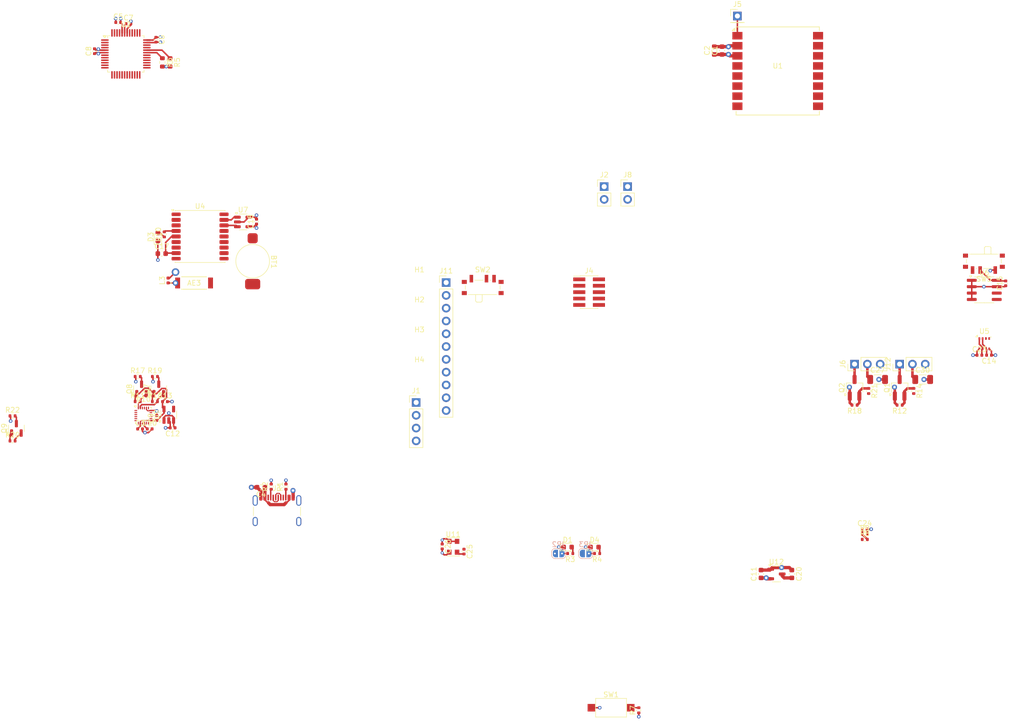
<source format=kicad_pcb>
(kicad_pcb (version 20240108) (generator "pcbnew") (generator_version "8.0")
  (layers (0 "F.Cu" signal) (1 "In1.Cu" power "GND.Cu") (2 "In2.Cu" power "3V3.Cu") (31 "B.Cu" mixed) (34 "B.Paste" user) (35 "F.Paste" user) (36 "B.SilkS" user "B.Silkscreen") (37 "F.SilkS" user "F.Silkscreen") (38 "B.Mask" user) (39 "F.Mask" user) (44 "Edge.Cuts" user))
  (net 0 "")
  (net 1 "GPS")
  (net 2 "V_BAT")
  (net 3 "GND")
  (net 4 "+3.3V")
  (net 5 "Net-(U2-VDDCORE)")
  (net 6 "XIN")
  (net 7 "VCC")
  (net 8 "BATT")
  (net 9 "+1V8")
  (net 10 "Net-(U10-REGOUT)")
  (net 11 "Net-(U11-SIG)")
  (net 12 "USB_IN")
  (net 13 "Net-(D1-A)")
  (net 14 "Net-(D3-A)")
  (net 15 "Net-(D4-A)")
  (net 16 "Net-(J5-Pin_1)")
  (net 17 "L")
  (net 18 "D-")
  (net 19 "Net-(J3-CC1)")
  (net 21 "Net-(J3-CC2)")
  (net 24 "D+")
  (net 29 "SWCLK")
  (net 30 "Net-(J6-Pin_1)")
  (net 31 "SWDIO")
  (net 32 "A3")
  (net 33 "RESET")
  (net 35 "A4")
  (net 36 "SDA")
  (net 37 "MOSI")
  (net 38 "SCK")
  (net 39 "CS")
  (net 41 "SCL")
  (net 42 "A5")
  (net 43 "MISO")
  (net 44 "Net-(J12-Pin_1)")
  (net 49 "R")
  (net 50 "Net-(Q2-G)")
  (net 51 "SCL_L")
  (net 52 "SDA_L")
  (net 53 "INT")
  (net 54 "Net-(JP2-A)")
  (net 55 "Net-(JP3-A)")
  (net 56 "INT_L")
  (net 57 "LED")
  (net 58 "PPS")
  (net 59 "R_FET")
  (net 60 "L_FET")
  (net 62 "Net-(Q1-G)")
  (net 63 "+BATT")
  (net 64 "Net-(SW5-B)")
  (net 66 "D2")
  (net 67 "D13")
  (net 68 "D10")
  (net 69 "D5")
  (net 70 "D12")
  (net 71 "A1")
  (net 73 "D4")
  (net 74 "D8")
  (net 77 "D11")
  (net 78 "AREF")
  (net 79 "A2")
  (net 80 "D6")
  (net 81 "D9")
  (net 83 "D3")
  (net 84 "D1")
  (net 85 "D0")
  (net 86 "D7")
  (net 88 "A0")
  (net 93 "LORA_RST")
  (net 96 "RX")
  (net 98 "GPS_RST")
  (net 99 "TX")
  (net 100 "GPS_SDA")
  (net 101 "GPS_SCL")
  (footprint "Connector_PinHeader_2.54mm:PinHeader_1x01_P2.54mm_Vertical" (layer "F.Cu") (at 183.515 34.036)
    (property "Reference" "J5")
    (property "Value" "Antenna")
  )
  (footprint "Connector_PinHeader_2.54mm:PinHeader_1x04_P2.54mm_Vertical" (layer "F.Cu") (at 119.802 110.742)
    (property "Reference" "J1")
    (property "Value" "Power")
  )
  (footprint "Connector_PinHeader_1.27mm:PinHeader_2x05_P1.27mm_Vertical_SMD" (layer "F.Cu") (at 154.102 88.842)
    (property "Reference" "J4")
    (property "Value" "J Link")
  )
  (footprint "Button_Switch_SMD:SW_SPDT_PCM12" (layer "F.Cu") (at 232.41 83.025 180)
    (property "Reference" "SW5")
    (property "Value" "EEPROM")
  )
  (footprint "Capacitor_SMD:C_0402_1005Metric" (layer "F.Cu") (at 68.199 38.735 -90)
    (property "Reference" "C6")
    (property "Value" "100 nF")
  )
  (footprint "Capacitor_SMD:C_0402_1005Metric" (layer "F.Cu") (at 129.286 140.335 -90)
    (property "Reference" "C25")
    (property "Value" "100 pF")
  )
  (footprint "Package_TO_SOT_SMD:SC-59_Handsoldering" (layer "F.Cu") (at 215.695 107.822 90)
    (property "Reference" "Q1")
    (property "Value" "DMN1019USN-13")
  )
  (footprint "Resistor_SMD:R_0402_1005Metric" (layer "F.Cu") (at 163.957 171.833 90)
    (property "Reference" "R7")
    (property "Value" "220")
  )
  (footprint "Resistor_SMD:R_0402_1005Metric" (layer "F.Cu") (at 93.978 127.449 90)
    (property "Reference" "R1")
    (property "Value" "5.1 K")
  )
  (footprint "Resistor_SMD:R_0402_1005Metric" (layer "F.Cu") (at 69.85 77.3805 90)
    (property "Reference" "R10")
    (property "Value" "1 K")
  )
  (footprint "Resistor_SMD:R_0402_1005Metric" (layer "F.Cu") (at 208.788 137.922)
    (property "Reference" "R8")
    (property "Value" "1 M")
  )
  (footprint "Connector_PinHeader_2.54mm:PinHeader_1x03_P2.54mm_Vertical" (layer "F.Cu") (at 215.695 103.124 90)
    (property "Reference" "J12")
    (property "Value" "Rudder")
  )
  (footprint "Capacitor_SMD:C_0402_1005Metric" (layer "F.Cu") (at 71.5036 115.7732 180)
    (property "Reference" "C12")
    (property "Value" "1 uF")
  )
  (footprint "Resistor_SMD:R_0402_1005Metric" (layer "F.Cu") (at 218.489 108.456 -90)
    (property "Reference" "R14")
    (property "Value" "10")
  )
  (footprint "Capacitor_SMD:C_1206_3216Metric" (layer "F.Cu") (at 220.267 106.172)
    (property "Reference" "C30")
    (property "Value" "47 uF")
  )
  (footprint "Package_TO_SOT_SMD:SOT-23" (layer "F.Cu") (at 65.339 108.0615 90)
    (property "Reference" "Q8")
    (property "Value" "BSS138")
  )
  (footprint "Package_TO_SOT_SMD:SC-59_Handsoldering" (layer "F.Cu") (at 206.756 107.822 90)
    (property "Reference" "Q2")
    (property "Value" "DMN1019USN-13")
  )
  (footprint "Oscillator:Oscillator_SMD_EuroQuartz_XO32-4Pin_3.2x2.5mm" (layer "F.Cu") (at 127.14 139.378)
    (property "Reference" "U11")
    (property "Value" "DSK321STD")
  )
  (footprint "1575AT43A0040E:ANT_1575AT_JOT-L" (layer "F.Cu") (at 75.7571 87.0245)
    (property "Reference" "AE3")
    (property "Value" "1575AT43A0040001E")
  )
  (footprint "Capacitor_SMD:C_0402_1005Metric" (layer "F.Cu") (at 88.138 74.8425 90)
    (property "Reference" "C18")
    (property "Value" "100 nF")
  )
  (footprint "Capacitor_SMD:C_0402_1005Metric" (layer "F.Cu") (at 56.007 41.021 90)
    (property "Reference" "C8")
    (property "Value" "100 nF")
  )
  (footprint "Capacitor_SMD:C_0402_1005Metric" (layer "F.Cu") (at 62.738 35.56)
    (property "Reference" "C7")
    (property "Value" "1 uF")
  )
  (footprint "Button_Switch_SMD:SW_SPDT_PCM12" (layer "F.Cu") (at 133.002 87.592)
    (property "Reference" "SW2")
    (property "Value" "PWR_SW")
  )
  (footprint "Resistor_SMD:R_0402_1005Metric" (layer "F.Cu") (at 39.749 113.411)
    (property "Reference" "R22")
    (property "Value" "10 K")
  )
  (footprint "Resistor_SMD:R_0402_1005Metric" (layer "F.Cu") (at 155.702 140.716 180)
    (property "Reference" "R4")
    (property "Value" "1 K")
  )
  (footprint "Connector_PinHeader_2.54mm:PinHeader_1x02_P2.54mm_Vertical" (layer "F.Cu") (at 161.742 67.892)
    (property "Reference" "J8")
    (property "Value" "Button")
  )
  (footprint "Capacitor_SMD:C_1206_3216Metric" (layer "F.Cu") (at 211.328 106.172)
    (property "Reference" "C27")
    (property "Value" "47 uF")
  )
  (footprint "Capacitor_SMD:C_0603_1608Metric" (layer "F.Cu") (at 188.214 144.78 90)
    (property "Reference" "C11")
    (property "Value" "1 uF")
  )
  (footprint "Resistor_SMD:R_0402_1005Metric" (layer "F.Cu") (at 64.577 105.593)
    (property "Reference" "R17")
    (property "Value" "10 K")
  )
  (footprint "Package_TO_SOT_SMD:SOT-23-5" (layer "F.Cu") (at 70.7416 113.1782 90)
    (property "Reference" "U9")
    (property "Value" "CJ6206B18M")
  )
  (footprint "RF_Module:Ai-Thinker-Ra-01-LoRa" (layer "F.Cu") (at 191.517 44.943)
    (property "Reference" "U1")
    (property "Value" "Ra-01")
  )
  (footprint "Resistor_SMD:R_0402_1005Metric" (layer "F.Cu") (at 208.788 136.906)
    (property "Reference" "R9")
    (property "Value" "1 M")
  )
  (footprint "Package_TO_SOT_SMD:SOT-23" (layer "F.Cu") (at 40.511 115.8725 90)
    (property "Reference" "Q9")
    (property "Value" "BSS138")
  )
  (footprint "Capacitor_SMD:C_0402_1005Metric" (layer "F.Cu") (at 231.521 101.346)
    (property "Reference" "C23")
    (property "Value" "1 uF")
  )
  (footprint "Capacitor_SMD:C_0402_1005Metric" (layer "F.Cu") (at 208.76 135.89)
    (property "Reference" "C24")
    (property "Value" "1 nF")
  )
  (footprint "Connector_PinHeader_2.54mm:PinHeader_1x02_P2.54mm_Vertical" (layer "F.Cu") (at 157.092 67.892)
    (property "Reference" "J2")
    (property "Value" "Battery")
  )
  (footprint "Resistor_SMD:R_0402_1005Metric" (layer "F.Cu") (at 206.756 111.252 180)
    (property "Reference" "R18")
    (property "Value" "10 K")
  )
  (footprint "Capacitor_SMD:C_0603_1608Metric" (layer "F.Cu") (at 69.342 81.1925)
    (property "Reference" "C17")
    (property "Value" "100 nF")
  )
  (footprint "Resistor_SMD:R_0603_1608Metric" (layer "F.Cu") (at 69.469 43.244 -90)
    (property "Reference" "R6")
    (property "Value" "1.8 K")
  )
  (footprint "Capacitor_SMD:C_0603_1608Metric" (layer "F.Cu") (at 194.31 144.78 -90)
    (property "Reference" "C20")
    (property "Value" "1 uF")
  )
  (footprint "Package_TO_SOT_SMD:SOT-23-5" (layer "F.Cu") (at 85.4765 74.9085)
    (property "Reference" "U7")
    (property "Value" "AT24CS32-STUM")
  )
  (footprint "LED_SMD:LED_0603_1608Metric" (layer "F.Cu") (at 149.858 139.446)
    (property "Reference" "D1")
    (property "Value" "PWR_RED")
  )
  (footprint "Capacitor_SMD:C_0402_1005Metric" (layer "F.Cu") (at 68.346 113.8282 90)
    (property "Reference" "C9")
    (property "Value" "100 nF")
  )
  (footprint "Capacitor_SMD:C_0603_1608Metric" (layer "F.Cu") (at 89.025 127.576 180)
    (property "Reference" "C4")
    (property "Value" "100 nF")
  )
  (footprint "Inductor_SMD:L_0402_1005Metric" (layer "F.Cu") (at 70.612 86.5265 90)
    (property "Reference" "L3")
    (property "Value" "33 nH")
  )
  (footprint "Package_SO:SOIC-8_3.9x4.9mm_P1.27mm" (layer "F.Cu") (at 232.475 88.392)
    (property "Reference" "U6")
    (property "Value" "AT24C512C-SSHD-T")
  )
  (footprint "Connector_USB:USB_C_Receptacle_GCT_USB4105-xx-A_16P_TopMnt_Horizontal" (layer "F.Cu") (at 92.2 133.291)
    (property "Reference" "J3")
    (property "Value" "USB-C")
  )
  (footprint "Connector_PinHeader_2.54mm:PinHeader_1x03_P2.54mm_Vertical" (layer "F.Cu") (at 206.756 103.124 90)
    (property "Reference" "J6")
    (property "Value" "Rudder")
  )
  (footprint "Capacitor_SMD:C_0603_1608Metric" (layer "F.Cu") (at 180.467 40.894 90)
    (property "Reference" "C1")
    (property "Value" "10 uF")
  )
  (footprint "Resistor_SMD:R_0603_1608Metric" (layer "F.Cu") (at 70.993 43.244 -90)
    (property "Reference" "R5")
    (property "Value" "1.8 K")
  )
  (footprint "Capacitor_SMD:C_0402_1005Metric" (layer "F.Cu") (at 60.706 35.306)
    (property "Reference" "C5")
    (property "Value" "100 nF")
  )
  (footprint "Package_QFP:TQFP-48_7x7mm_P0.5mm" (layer "F.Cu") (at 62.226 41.5575)
    (property "Reference" "U2")
    (property "Value" "ATSAMD21G18A-A")
  )
  (footprint "Capacitor_SMD:C_0402_1005Metric" (layer "F.Cu") (at 124.968 139.319 -90)
    (property "Reference" "C26")
    (property "Value" "100 nF")
  )
  (footprint "Capacitor_SMD:C_0603_1608Metric" (layer "F.Cu") (at 178.943 40.894 90)
    (property "Reference" "C2")
    (property "Value" "100 nF")
  )
  (footprint "RF_GPS:ATGM336H" (layer "F.Cu") (at 76.945 77.7955)
    (property "Reference" "U4")
    (property "Value" "ATGM336H")
  )
  (footprint "MountingHole:MountingHole_2.2mm_M2" (layer "F.Cu") (at 120.452 87.592)
    (property "Reference" "H1")
    (property "Value" "MountingHole")
  )
  (footprint "Connector_PinHeader_2.54mm:PinHeader_1x11_P2.54mm_Vertical" (layer "F.Cu") (at 125.752 86.942)
    (property "Reference" "J11")
    (property "Value" "Signal")
  )
  (footprint "Resistor_SMD:R_0402_1005Metric" (layer "F.Cu") (at 215.695 111.252 180)
    (property "Reference" "R12")
    (property "Value" "10 K")
  )
  (footprint "MountingHole:MountingHole_2.2mm_M2" (layer "F.Cu") (at 120.452 105.442)
    (property "Reference" "H4")
    (property "Value" "MountingHole")
  )
  (footprint "LED_SMD:LED_0603_1608Metric" (layer "F.Cu") (at 68.58 77.8905 90)
    (property "Reference" "D3")
    (property "Value" "YELLOW")
  )
  (footprint "Package_LGA:Bosch_LGA-8_2.5x2.5mm_P0.65mm_ClockwisePinNumbering" (layer "F.Cu") (at 232.481 99.069)
    (property "Reference" "U5")
    (property "Value" "BME280")
  )
  (footprint "MountingHole:MountingHole_2.2mm_M2" (layer "F.Cu") (at 120.452 99.492)
    (property "Reference" "H3")
    (property "Value" "MountingHole")
  )
  (footprint "Capacitor_SMD:C_0402_1005Metric" (layer "F.Cu") (at 236.728 87.094 90)
    (property "Reference" "C15")
    (property "Value" "100 nF")
  )
  (footprint "MountingHole:MountingHole_2.2mm_M2" (layer "F.Cu") (at 120.452 93.542)
    (property "Reference" "H2")
    (property "Value" "MountingHole")
  )
  (footprint "Resistor_SMD:R_0402_1005Metric" (layer "F.Cu") (at 209.55 108.458 -90)
    (property "Reference" "R21")
    (property "Value" "10")
  )
  (footprint "Resistor_SMD:R_0402_1005Metric" (layer "F.Cu") (at 67.9862 110.5454)
    (property "Reference" "R13")
    (property "Value" "10 K")
  )
  (footprint "Resistor_SMD:R_0402_1005Metric" (layer "F.Cu") (at 67.9882 105.5924)
    (property "Reference" "R19")
    (property "Value" "10 K")
  )
  (footprint "Battery:MS621R" (layer "F.Cu") (at 87.376 78.126 -90)
    (property "Reference" "BT1")
    (property "Value" "MS621R")
  )
  (footprint "Button_Switch_SMD:SW_SPST_CK_RS282G05A3" (layer "F.Cu") (at 158.459 171.323)
    (property "Reference" "SW1")
    (property "Value" "RESET")
  )
  (footprint "Capacitor_SMD:C_0402_1005Metric" (layer "F.Cu") (at 65.044 115.9872)
    (property "Reference" "C3")
    (property "Value" "100 nF")
  )
  (footprint "Capacitor_SMD:C_0402_1005Metric" (layer "F.Cu") (at 66.949 115.9872)
    (property "Reference" "C10")
    (property "Value" "100 nF")
  )
  (footprint "LED_SMD:LED_0603_1608Metric" (layer "F.Cu") (at 155.194 139.446)
    (property "Reference" "D4")
    (property "Value" "YELLOW")
  )
  (footprint "Package_TO_SOT_SMD:SOT-23" (layer "F.Cu") (at 68.7502 108.0539 90)
    (property "Reference" "Q7")
    (property "Value" "BSS138")
  )
  (footprint "Resistor_SMD:R_0402_1005Metric" (layer "F.Cu") (at 39.749 118.364)
    (property "Reference" "R20")
    (property "Value" "10 K")
  )
  (footprint "Capacitor_SMD:C_0402_1005Metric" (layer "F.Cu") (at 69.9796 110.5662)
    (property "Reference" "C13")
    (property "Value" "1 uF")
  )
  (footprint "Resistor_SMD:R_0402_1005Metric" (layer "F.Cu") (at 64.575 110.546)
    (property "Reference" "R11")
    (property "Value" "10 K")
  )
  (footprint "Resistor_SMD:R_0402_1005Metric" (layer "F.Cu") (at 150.366 140.716 180)
    (property "Reference" "R3")
    (property "Value" "1 K")
  )
  (footprint "Resistor_SMD:R_0402_1005Metric" (layer "F.Cu") (at 91.057 127.449 90)
    (property "Reference" "R2")
    (property "Value" "5.1 K")
  )
  (footprint "Capacitor_SMD:C_0402_1005Metric" (layer "F.Cu") (at 233.426 101.346 180)
    (property "Reference" "C14")
    (property "Value" "100 nF")
  )
  (footprint "Sensor_Motion:InvenSense_QFN-24_3x3mm_P0.4mm" (layer "F.Cu") (at 65.703 113.3362)
    (property "Reference" "U10")
    (property "Value" "ICM-20948")
  )
  (footprint "Package_TO_SOT_SMD:SOT-23-3" (layer "F.Cu") (at 191.262 144.78)
    (property "Reference" "U12")
    (property "Value" " XC6206P332MR-G")
  )
  (footprint "Jumper:SolderJumper-2_P1.3mm_Open_RoundedPad1.0x1.5mm" (layer "B.Cu") (at 148.08 140.716 180)
    (property "Reference" "JP2")
    (property "Value" "PWR_LED_EN")
  )
  (footprint "Jumper:SolderJumper-2_P1.3mm_Open_RoundedPad1.0x1.5mm" (layer "B.Cu") (at 153.416 140.716 180)
    (property "Reference" "JP3")
    (property "Value" "LED_EN")
  )
  (segment (start 70.625 87.0245) (end 70.612 87.0115) (width 0.3) (layer "F.Cu") (net 1))
  (segment (start 72.0741 87.0245) (end 70.625 87.0245) (width 0.3) (layer "F.Cu") (net 1))
  (segment (start 95.4 128.617) (end 95.375 128.592) (width 0.65) (layer "F.Cu") (net 3))
  (segment (start 209.24 135.89) (end 210.058 135.89) (width 0.4) (layer "F.Cu") (net 3))
  (segment (start 68.567 82.4495) (end 68.58 82.4625) (width 0.3) (layer "F.Cu") (net 3))
  (segment (start 194.31 144.005) (end 193.815 143.51) (width 0.65) (layer "F.Cu") (net 3))
  (segment (start 66.928 112.3362) (end 67.203 112.3362) (width 0.2) (layer "F.Cu") (net 3))
  (segment (start 62.476 37.395) (end 62.476 36.584) (width 0.3) (layer "F.Cu") (net 3))
  (segment (start 154.559 171.323) (end 156.21 171.323) (width 0.3) (layer "F.Cu") (net 3))
  (segment (start 205.806 110.812) (end 205.806 109.472) (width 0.5) (layer "F.Cu") (net 3))
  (segment (start 65.774344 116.717544) (end 65.524 116.4672) (width 0.3) (layer "F.Cu") (net 3))
  (segment (start 232.001 100.249) (end 232.156 100.094) (width 0.3) (layer "F.Cu") (net 3))
  (segment (start 181.926 39.943) (end 181.737 40.132) (width 0.65) (layer "F.Cu") (net 3))
  (segment (start 236.545 87.757) (end 234.95 87.757) (width 0.3) (layer "F.Cu") (net 3))
  (segment (start 87.734 73.9585) (end 86.614 73.9585) (width 0.3) (layer "F.Cu") (net 3))
  (segment (start 183.517 39.943) (end 181.926 39.943) (width 0.65) (layer "F.Cu") (net 3))
  (segment (start 89 128.326) (end 89 129.611) (width 0.65) (layer "F.Cu") (net 3))
  (segment (start 221.742 106.172) (end 220.521 106.172) (width 0.5) (layer "F.Cu") (net 3))
  (segment (start 88.25 127.576) (end 87.12 127.576) (width 0.65) (layer "F.Cu") (net 3))
  (segment (start 233.906 100.544) (end 233.456 100.094) (width 0.3) (layer "F.Cu") (net 3))
  (segment (start 154.4065 139.446) (end 153.416 139.446) (width 0.3) (layer "F.Cu") (net 3))
  (segment (start 56.769 40.6075) (end 56.769 40.6805) (width 0.3) (layer "F.Cu") (net 3))
  (segment (start 205.806 109.472) (end 205.806 107.762) (width 0.5) (layer "F.Cu") (net 3))
  (segment (start 62.476 36.584) (end 63.218 35.842) (width 0.3) (layer "F.Cu") (net 3))
  (segment (start 68.251 112.3362) (end 68.346 112.4312) (width 0.3) (layer "F.Cu") (net 3))
  (segment (start 233.906 101.346) (end 234.696 101.346) (width 0.3) (layer "F.Cu") (net 3))
  (segment (start 88.138 74.3625) (end 87.734 73.9585) (width 0.3) (layer "F.Cu") (net 3))
  (segment (start 66.01666 116.717544) (end 65.774344 116.717544) (width 0.3) (layer "F.Cu") (net 3))
  (segment (start 214.745 107.762) (end 214.679 107.696) (width 0.5) (layer "F.Cu") (net 3))
  (segment (start 69.06 39.215) (end 68.199 39.215) (width 0.3) (layer "F.Cu") (net 3))
  (segment (start 214.745 110.812) (end 214.745 109.472) (width 0.5) (layer "F.Cu") (net 3))
  (segment (start 60.226 34.572) (end 60.198 34.544) (width 0.3) (layer "F.Cu") (net 3))
  (segment (start 91.057 126.939) (end 91.057 126.179) (width 0.3) (layer "F.Cu") (net 3))
  (segment (start 71.0236 115.7732) (end 71.0236 114.5977) (width 0.3) (layer "F.Cu") (net 3))
  (segment (start 67.203 112.3362) (end 68.251 112.3362) (width 0.3) (layer "F.Cu") (net 3))
  (segment (start 56.2735 40.8075) (end 56.007 40.541) (width 0.3) (layer "F.Cu") (net 3))
  (segment (start 95.4 129.611) (end 95.4 128.617) (width 0.65) (layer "F.Cu") (net 3))
  (segment (start 56.642 40.8075) (end 56.2735 40.8075) (width 0.3) (layer "F.Cu") (net 3))
  (segment (start 124.968 139.799) (end 124.968 140.589) (width 0.3) (layer "F.Cu") (net 3))
  (segment (start 63.218 35.842) (end 63.218 35.56) (width 0.3) (layer "F.Cu") (net 3))
  (segment (start 68.567 81.1925) (end 68.567 82.4495) (width 0.3) (layer "F.Cu") (net 3))
  (segment (start 231.506 99.173396) (end 231.506 98.044) (width 0.3) (layer "F.Cu") (net 3))
  (segment (start 209.298 135.948) (end 209.24 135.89) (width 0.4) (layer "F.Cu") (net 3))
  (segment (start 66.303 112.13685) (end 66.56115 112.395) (width 0.2) (layer "F.Cu") (net 3))
  (segment (start 70.612 86.0415) (end 70.8981 86.0415) (width 0.3) (layer "F.Cu") (net 3))
  (segment (start 125.349 140.97) (end 124.968 140.589) (width 0.3) (layer "F.Cu") (net 3))
  (segment (start 88.25 127.576) (end 89 128.326) (width 0.65) (layer "F.Cu") (net 3))
  (segment (start 215.185 111.252) (end 214.745 110.812) (width 0.5) (layer "F.Cu") (net 3))
  (segment (start 232.156 100.094) (end 232.156 99.823396) (width 0.3) (layer "F.Cu") (net 3))
  (segment (start 88.138 74.3625) (end 88.138 73.5725) (width 0.3) (layer "F.Cu") (net 3))
  (segment (start 70.8981 86.0415) (end 72.0741 84.8655) (width 0.3) (layer "F.Cu") (net 3))
  (segment (start 212.295 106.172) (end 211.582 106.172) (width 0.5) (layer "F.Cu") (net 3))
  (segment (start 190.4445 143.51) (end 190.1245 143.83) (width 0.65) (layer "F.Cu") (net 3))
  (segment (start 68.567 78.691) (end 68.58 78.678) (width 0.3) (layer "F.Cu") (net 3))
  (segment (start 66.01666 116.717544) (end 66.698656 116.717544) (width 0.3) (layer "F.Cu") (net 3))
  (segment (start 214.745 109.472) (end 214.745 107.762) (width 0.5) (layer "F.Cu") (net 3))
  (segment (start 181.724 40.119) (end 181.737 40.132) (width 0.65) (layer "F.Cu") (net 3))
  (segment (start 66.56115 112.395) (end 66.8692 112.395) (width 0.2) (layer "F.Cu") (net 3))
  (segment (start 68.567 81.1925) (end 68.567 78.691) (width 0.3) (layer "F.Cu") (net 3))
  (segment (start 236.728 87.574) (end 236.545 87.757) (width 0.3) (layer "F.Cu") (net 3))
  (segment (start 209.298 136.906) (end 209.298 135.948) (width 0.4) (layer "F.Cu") (net 3))
  (segment (start 60.226 35.306) (end 60.226 34.572) (width 0.3) (layer "F.Cu") (net 3))
  (segment (start 68.1065 39.3075) (end 66.3885 39.3075) (width 0.3) (layer "F.Cu") (net 3))
  (segment (start 178.943 40.119) (end 181.724 40.119) (width 0.65) (layer "F.Cu") (net 3))
  (segment (start 188.214 144.005) (end 189.9495 144.005) (width 0.65) (layer "F.Cu") (net 3))
  (segment (start 66.8692 112.395) (end 66.928 112.3362) (width 0.2) (layer "F.Cu") (net 3))
  (segment (start 126.365 140.453) (end 125.848 140.97) (width 0.3) (layer "F.Cu") (net 3))
  (segment (start 232.001 101.346) (end 232.001 100.249) (width 0.3) (layer "F.Cu") (net 3))
  (segment (start 68.346 113.3482) (end 68.346 112.4312) (width 0.3) (layer "F.Cu") (net 3))
  (segment (start 85.664 74.9085) (end 86.614 73.9585) (width 0.3) (layer "F.Cu") (net 3))
  (segment (start 193.815 143.51) (end 190.4445 143.51) (width 0.65) (layer "F.Cu") (net 3))
  (segment (start 206.246 111.252) (end 205.806 110.812) (width 0.5) (layer "F.Cu") (net 3))
  (segment (start 149.0705 139.446) (end 148.08 139.446) (width 0.3) (layer "F.Cu") (net 3))
  (segment (start 230 87.757) (end 232.41 87.757) (width 0.3) (layer "F.Cu") (net 3))
  (segment (start 69.088 39.243) (end 69.06 39.215) (width 0.3) (layer "F.Cu") (net 3))
  (segment (start 66.303 111.8362) (end 66.303 112.13685) (width 0.2) (layer "F.Cu") (net 3))
  (segment (start 189.9495 144.005) (end 190.1245 143.83) (width 0.65) (layer "F.Cu") (net 3))
  (segment (start 232.156 99.823396) (end 231.506 99.173396) (width 0.3) (layer "F.Cu") (net 3))
  (segment (start 65.524 116.4672) (end 65.524 115.9872) (width 0.3) (layer "F.Cu") (net 3))
  (segment (start 71.0236 115.7732) (end 70.1066 115.7732) (width 0.3) (layer "F.Cu") (net 3))
  (segment (start 58.0635 40.8075) (end 56.642 40.8075) (width 0.3) (layer "F.Cu") (net 3))
  (segment (start 230 90.297) (end 230 86.487) (width 0.3) (layer "F.Cu") (net 3))
  (segment (start 233.906 101.346) (end 233.906 100.544) (width 0.3) (layer "F.Cu") (net 3))
  (segment (start 68.199 39.215) (end 68.1065 39.3075) (width 0.3) (layer "F.Cu") (net 3))
  (segment (start 70.4596 110.5662) (end 71.3766 110.5662) (width 0.3) (layer "F.Cu") (net 3))
  (segment (start 234.95 87.757) (end 232.41 87.757) (width 0.3) (layer "F.Cu") (net 3))
  (segment (start 84.339 74.9085) (end 85.664 74.9085) (width 0.3) (layer "F.Cu") (net 3))
  (segment (start 56.769 40.6805) (end 56.642 40.8075) (width 0.3) (layer "F.Cu") (net 3))
  (segment (start 125.848 140.97) (end 125.349 140.97) (width 0.3) (layer "F.Cu") (net 3))
  (segment (start 71.0236 114.5977) (end 70.7416 114.3157) (width 0.3) (layer "F.Cu") (net 3))
  (segment (start 205.806 107.762) (end 205.74 107.696) (width 0.5) (layer "F.Cu") (net 3))
  (segment (start 93.978 126.939) (end 93.978 126.179) (width 0.3) (layer "F.Cu") (net 3))
  (segment (start 63.218 35.08) (end 63.218 35.56) (width 0.3) (layer "F.Cu") (net 3))
  (segment (start 66.698656 116.717544) (end 67.429 115.9872) (width 0.3) (layer "F.Cu") (net 3))
  (segment (start 95.375 128.592) (end 95.375 128.211) (width 0.65) (layer "F.Cu") (net 3))
  (via (at 124.968 140.589) (size 0.6) (drill 0.3) (layers "F.Cu" "B.Cu") (net 3))
  (via (at 214.679 107.696) (size 1) (drill 0.5) (layers "F.Cu" "B.Cu") (net 3))
  (via (at 56.769 40.6075) (size 0.7) (drill 0.35) (layers "F.Cu" "B.Cu") (net 3))
  (via (at 232.41 87.757) (size 0.7) (drill 0.35) (layers "F.Cu" "B.Cu") (net 3))
  (via (at 91.057 126.179) (size 0.7) (drill 0.35) (layers "F.Cu" "B.Cu") (net 3))
  (via (at 148.08 139.446) (size 0.7) (drill 0.35) (layers "F.Cu" "B.Cu") (net 3))
  (via (at 192.278 143.51) (size 1) (drill 0.5) (layers "F.Cu" "B.Cu") (net 3))
  (via (at 69.088 39.243) (size 0.7) (drill 0.35) (layers "F.Cu" "B.Cu") (net 3))
  (via (at 60.198 34.544) (size 0.7) (drill 0.35) (layers "F.Cu" "B.Cu") (net 3))
  (via (at 153.416 139.446) (size 0.7) (drill 0.35) (layers "F.Cu" "B.Cu") (net 3))
  (via (at 68.58 82.4625) (size 0.7) (drill 0.35) (layers "F.Cu" "B.Cu") (net 3))
  (via (at 220.521 106.172) (size 1) (drill 0.5) (layers "F.Cu" "B.Cu") (net 3))
  (via (at 63.218 35.08) (size 0.7) (drill 0.35) (layers "F.Cu" "B.Cu") (net 3))
  (via (at 205.74 107.696) (size 1) (drill 0.5) (layers "F.Cu" "B.Cu") (net 3))
  (via (at 88.138 73.5725) (size 0.7) (drill 0.35) (layers "F.Cu" "B.Cu") (net 3))
  (via (at 68.346 112.4312) (size 0.7) (drill 0.35) (layers "F.Cu" "B.Cu") (net 3))
  (via (at 234.696 101.346) (size 0.7) (drill 0.35) (layers "F.Cu" "B.Cu") (net 3))
  (via (at 211.582 106.172) (size 1) (drill 0.5) (layers "F.Cu" "B.Cu") (net 3))
  (via (at 70.1066 115.7732) (size 0.7) (drill 0.35) (layers "F.Cu" "B.Cu") (net 3))
  (via (at 71.3766 110.5662) (size 0.7) (drill 0.35) (layers "F.Cu" "B.Cu") (net 3))
  (via (at 181.737 40.132) (size 1) (drill 0.5) (layers "F.Cu" "B.Cu") (net 3))
  (via (at 66.01666 116.717544) (size 0.7) (drill 0.35) (layers "F.Cu" "B.Cu") (net 3))
  (via (at 93.978 126.179) (size 0.7) (drill 0.35) (layers "F.Cu" "B.Cu") (net 3))
  (via (at 87.12 127.576) (size 1) (drill 0.5) (layers "F.Cu" "B.Cu") (net 3))
  (via (at 210.058 135.89) (size 0.7) (drill 0.35) (layers "F.Cu" "B.Cu") (net 3))
  (via (at 95.375 128.211) (size 1) (drill 0.5) (layers "F.Cu" "B.Cu") (net 3))
  (via (at 156.21 171.323) (size 0.7) (drill 0.35) (layers "F.Cu" "B.Cu") (net 3))
  (segment (start 72.195 81.0955) (end 70.214 81.0955) (width 0.3) (layer "F.Cu") (net 4))
  (segment (start 124.968 138.049) (end 124.968 138.839) (width 0.3) (layer "F.Cu") (net 4))
  (segment (start 56.2005 41.3075) (end 56.007 41.501) (width 0.3) (layer "F.Cu") (net 4))
  (segment (start 64.196 106.609) (end 64.196 105.722) (width 0.3) (layer "F.Cu") (net 4))
  (segment (start 86.614 75.8585) (end 87.602 75.8585) (width 0.3) (layer "F.Cu") (net 4))
  (segment (start 127.915 138.303) (end 126.365 138.303) (width 0.3) (layer "F.Cu") (net 4))
  (segment (start 71.6916 113.653201) (end 71.391599 113.3532) (width 0.3) (layer "F.Cu") (net 4))
  (segment (start 232.946 100.234) (end 232.806 100.094) (width 0.3) (layer "F.Cu") (net 4))
  (segment (start 69.469 44.069) (end 70.231 44.069) (width 0.3) (layer "F.Cu") (net 4))
  (segment (start 70.1136 113.3532) (end 69.7916 113.6752) (width 0.3) (layer "F.Cu") (net 4))
  (segment (start 125.222 137.795) (end 125.857 137.795) (width 0.3) (layer "F.Cu") (net 4))
  (segment (start 234.66 84.455) (end 233.807 84.455) (width 0.3) (layer "F.Cu") (net 4))
  (segment (start 64.196 105.722) (end 64.067 105.593) (width 0.3) (layer "F.Cu") (net 4))
  (segment (start 61.186 35.306) (end 61.186 34.572) (width 0.3) (layer "F.Cu") (net 4))
  (segment (start 56.896 41.3075) (end 56.2005 41.3075) (width 0.3) (layer "F.Cu") (net 4))
  (segment (start 181.724 41.669) (end 181.737 41.656) (width 0.65) (layer "F.Cu") (net 4))
  (segment (start 232.156 99.187) (end 232.156 98.044) (width 0.3) (layer "F.Cu") (net 4))
  (segment (start 72.195 77.7955) (end 71.295 77.7955) (width 0.3) (layer "F.Cu") (net 4))
  (segment (start 189.405 145.73) (end 189.23 145.555) (width 0.65) (layer "F.Cu") (net 4))
  (segment (start 70.214 81.0955) (end 70.117 81.1925) (width 0.3) (layer "F.Cu") (net 4))
  (segment (start 190.1245 145.73) (end 189.405 145.73) (width 0.65) (layer "F.Cu") (net 4))
  (segment (start 61.476 37.395) (end 61.476 35.596) (width 0.3) (layer "F.Cu") (net 4))
  (segment (start 178.943 41.669) (end 181.724 41.669) (width 0.65) (layer "F.Cu") (net 4))
  (segment (start 70.117 78.9735) (end 70.117 81.1925) (width 0.3) (layer "F.Cu") (net 4))
  (segment (start 233.807 84.455) (end 233.68 84.582) (width 0.3) (layer "F.Cu") (net 4))
  (segment (start 182.024 41.943) (end 181.737 41.656) (width 0.65) (layer "F.Cu") (net 4))
  (segment (start 232.806 99.837) (end 232.156 99.187) (width 0.3) (layer "F.Cu") (net 4))
  (segment (start 56.769 41.5075) (end 56.896 41.3805) (width 0.3) (layer "F.Cu") (net 4))
  (segment (start 71.295 77.7955) (end 70.117 78.9735) (width 0.3) (layer "F.Cu") (net 4))
  (segment (start 67.4782 105.5924) (end 67.6072 105.7214) (width 0.3) (layer "F.Cu") (net 4))
  (segment (start 67.6072 105.7214) (end 67.6072 106.6084) (width 0.3) (layer "F.Cu") (net 4))
  (segment (start 69.088 38.227) (end 69.06 38.255) (width 0.3) (layer "F.Cu") (net 4))
  (segment (start 70.7416 113.3532) (end 70.7416 112.8522) (width 0.3) (layer "F.Cu") (net 4))
  (segment (start 69.06 38.255) (end 68.199 38.255) (width 0.3) (layer "F.Cu") (net 4))
  (segment (start 66.3885 38.8075) (end 67.6465 38.8075) (width 0.3) (layer "F.Cu") (net 4))
  (segment (start 125.857 137.795) (end 126.365 138.303) (width 0.3) (layer "F.Cu") (net 4))
  (segment (start 70.7416 113.3532) (end 70.1136 113.3532) (width 0.3) (layer "F.Cu") (net 4))
  (segment (start 231.041 101.346) (end 231.041 100.559) (width 0.3) (layer "F.Cu") (net 4))
  (segment (start 61.476 35.596) (end 61.186 35.306) (width 0.3) (layer "F.Cu") (net 4))
  (segment (start 232.806 100.094) (end 232.806 99.837) (width 0.3) (layer "F.Cu") (net 4))
  (segment (start 231.041 101.346) (end 230.251 101.346) (width 0.3) (layer "F.Cu") (net 4))
  (segment (start 87.602 75.8585) (end 88.138 75.3225) (width 0.3) (layer "F.Cu") (net 4))
  (segment (start 69.7916 113.6752) (end 69.7916 114.3157) (width 0.3) (layer "F.Cu") (net 4))
  (segment (start 163.957 172.343) (end 163.957 173.101) (width 0.3) (layer "F.Cu") (net 4))
  (segment (start 88.138 75.3225) (end 88.138 76.1125) (width 0.3) (layer "F.Cu") (net 4))
  (segment (start 124.968 138.049) (end 125.222 137.795) (width 0.3) (layer "F.Cu") (net 4))
  (segment (start 39.239 113.411) (end 39.368 113.54) (width 0.3) (layer "F.Cu") (net 4))
  (segment (start 58.0635 41.3075) (end 56.896 41.3075) (width 0.3) (layer "F.Cu") (net 4))
  (segment (start 71.6916 114.3157) (end 71.6916 115.4812) (width 0.3) (layer "F.Cu") (net 4))
  (segment (start 56.896 41.3805) (end 56.896 41.3075) (width 0.3) (layer "F.Cu") (net 4))
  (segment (start 232.946 101.346) (end 232.946 100.234) (width 0.3) (layer "F.Cu") (net 4))
  (segment (start 188.214 145.555) (end 189.23 145.555) (width 0.65) (layer "F.Cu") (net 4))
  (segment (start 183.517 41.943) (end 182.024 41.943) (width 0.65) (layer "F.Cu") (net 4))
  (segment (start 67.6465 38.8075) (end 68.199 38.255) (width 0.3) (layer "F.Cu") (net 4))
  (segment (start 231.041 100.559) (end 231.506 100.094) (width 0.3) (layer "F.Cu") (net 4))
  (segment (start 71.391599 113.3532) (end 70.7416 113.3532) (width 0.3) (layer "F.Cu") (net 4))
  (segment (start 70.993 44.069) (end 70.231 44.069) (width 0.3) (layer "F.Cu") (net 4))
  (segment (start 39.368 113.54) (end 39.368 114.427) (width 0.3) (layer "F.Cu") (net 4))
  (segment (start 71.6916 115.4812) (end 71.9836 115.7732) (width 0.3) (layer "F.Cu") (net 4))
  (segment (start 71.6916 114.3157) (end 71.6916 113.653201) (width 0.3) (layer "F.Cu") (net 4))
  (segment (start 61.186 34.572) (end 61.214 34.544) (width 0.3) (layer "F.Cu") (net 4))
  (via (at 181.737 41.656) (size 1) (drill 0.5) (layers "F.Cu" "B.Cu") (net 4))
  (via (at 70.7416 112.8522) (size 0.7) (drill 0.35) (layers "F.Cu" "B.Cu") (net 4))
  (via (at 88.138 76.1125) (size 0.7) (drill 0.35) (layers "F.Cu" "B.Cu") (net 4))
  (via (at 147.318 140.716) (size 0.7) (drill 0.35) (layers "F.Cu" "B.Cu") (net 4))
  (via (at 69.088 38.227) (size 0.7) (drill 0.35) (layers "F.Cu" "B.Cu") (net 4))
  (via (at 70.231 44.069) (size 0.7) (drill 0.35) (layers "F.Cu" "B.Cu") (net 4))
  (via (at 230.251 101.346) (size 0.7) (drill 0.35) (layers "F.Cu" "B.Cu") (net 4))
  (via (at 124.968 138.049) (size 0.6) (drill 0.3) (layers "F.Cu" "B.Cu") (net 4))
  (via (at 56.769 41.5075) (size 0.7) (drill 0.35) (layers "F.Cu" "B.Cu") (net 4))
  (via (at 67.6072 106.6084) (size 0.7) (drill 0.35) (layers "F.Cu" "B.Cu") (net 4))
  (via (at 64.196 106.609) (size 0.7) (drill 0.35) (layers "F.Cu" "B.Cu") (net 4))
  (via (at 39.368 114.427) (size 0.7) (drill 0.35) (layers "F.Cu" "B.Cu") (net 4))
  (via (at 61.214 34.544) (size 0.7) (drill 0.35) (layers "F.Cu" "B.Cu") (net 4))
  (via (at 189.23 145.555) (size 1) (drill 0.5) (layers "F.Cu" "B.Cu") (net 4))
  (via (at 163.957 173.101) (size 0.7) (drill 0.35) (layers "F.Cu" "B.Cu") (net 4))
  (via (at 233.68 84.582) (size 0.7) (drill 0.35) (layers "F.Cu" "B.Cu") (net 4))
  (segment (start 147.43 140.716) (end 147.318 140.716) (width 0.3) (layer "B.Cu") (net 4))
  (segment (start 61.976 35.842) (end 62.258 35.56) (width 0.3) (layer "F.Cu") (net 5))
  (segment (start 61.976 37.395) (end 61.976 35.842) (width 0.3) (layer "F.Cu") (net 5))
  (segment (start 218.235 105.615) (end 218.235 103.124) (width 0.5) (layer "F.Cu") (net 7))
  (segment (start 194.31 145.555) (end 192.799 145.555) (width 0.65) (layer "F.Cu") (net 7))
  (segment (start 209.296 105.615) (end 209.296 103.139) (width 0.5) (layer "F.Cu") (net 7))
  (segment (start 192.799 145.555) (end 192.3995 145.1555) (width 0.65) (layer "F.Cu") (net 7))
  (segment (start 209.853 106.172) (end 209.296 105.615) (width 0.5) (layer "F.Cu") (net 7))
  (segment (start 218.792 106.172) (end 218.235 105.615) (width 0.5) (layer "F.Cu") (net 7))
  (segment (start 192.3995 145.1555) (end 192.3995 144.805) (width 0.65) (layer "F.Cu") (net 7))
  (segment (start 209.296 103.139) (end 209.311 103.124) (width 0.5) (layer "F.Cu") (net 7))
  (segment (start 208.278 135.892) (end 208.28 135.89) (width 0.4) (layer "F.Cu") (net 8))
  (segment (start 209.294 137.922) (end 208.278 136.906) (width 0.4) (layer "F.Cu") (net 8))
  (segment (start 208.278 136.906) (end 208.278 135.892) (width 0.4) (layer "F.Cu") (net 8))
  (segment (start 209.298 137.922) (end 209.294 137.922) (width 0.4) (layer "F.Cu") (net 8))
  (segment (start 69.4996 111.7487) (end 69.7916 112.0407) (width 0.3) (layer "F.Cu") (net 9))
  (segment (start 67.8002 108.9914) (end 68.322148 108.9914) (width 0.3) (layer "F.Cu") (net 9))
  (segment (start 68.322148 108.9914) (end 69.359648 107.9539) (width 0.3) (layer "F.Cu") (net 9))
  (segment (start 64.842052 108.999) (end 64.389 108.999) (width 0.3) (layer "F.Cu") (net 9))
  (segment (start 68.346 114.3082) (end 69.7916 112.8626) (width 0.3) (layer "F.Cu") (net 9))
  (segment (start 70.040752 107.9539) (end 70.3002 108.213348) (width 0.3) (layer "F.Cu") (net 9))
  (segment (start 69.503452 110.5662) (end 69.4996 110.5662) (width 0.3) (layer "F.Cu") (net 9))
  (segment (start 65.103 114.53555) (end 65.32735 114.3112) (width 0.2) (layer "F.Cu") (net 9))
  (segment (start 69.7916 112.8626) (end 69.7916 112.0407) (width 0.3) (layer "F.Cu") (net 9))
  (segment (start 67.178 114.3112) (end 67.203 114.3362) (width 0.2) (layer "F.Cu") (net 9))
  (segment (start 65.103 114.8362) (end 65.103 114.53555) (width 0.2) (layer "F.Cu") (net 9))
  (segment (start 67.4762 110.5454) (end 67.4762 109.3154) (width 0.3) (layer "F.Cu") (net 9))
  (segment (start 68.346 114.3082) (end 68.318 114.3362) (width 0.3) (layer "F.Cu") (net 9))
  (segment (start 69.359648 107.9539) (end 70.040752 107.9539) (width 0.3) (layer "F.Cu") (net 9))
  (segment (start 64.564 115.9872) (end 65.103 115.4482) (width 0.3) (layer "F.Cu") (net 9))
  (segment (start 65.939 107.902052) (end 64.842052 108.999) (width 0.3) (layer "F.Cu") (net 9))
  (segment (start 65.32735 114.3112) (end 67.178 114.3112) (width 0.2) (layer "F.Cu") (net 9))
  (segment (start 67.4762 109.3154) (end 67.8002 108.9914) (width 0.3) (layer "F.Cu") (net 9))
  (segment (start 39.239 117.132) (end 39.561 116.81) (width 0.3) (layer "F.Cu") (net 9))
  (segment (start 70.3002 108.213348) (end 70.3002 109.769452) (width 0.3) (layer "F.Cu") (net 9))
  (segment (start 67.8002 108.9914) (end 66.710852 107.902052) (width 0.3) (layer "F.Cu") (net 9))
  (segment (start 66.710852 107.902052) (end 65.939 107.902052) (width 0.3) (layer "F.Cu") (net 9))
  (segment (start 70.3002 109.769452) (end 69.503452 110.5662) (width 0.3) (layer "F.Cu") (net 9))
  (segment (start 65.103 115.4482) (end 65.103 114.8362) (width 0.3) (layer "F.Cu") (net 9))
  (segment (start 68.318 114.3362) (end 67.203 114.3362) (width 0.3) (layer "F.Cu") (net 9))
  (segment (start 69.4996 110.5662) (end 69.4996 111.7487) (width 0.3) (layer "F.Cu") (net 9))
  (segment (start 64.065 109.323) (end 64.389 108.999) (width 0.3) (layer "F.Cu") (net 9))
  (segment (start 64.065 110.546) (end 64.065 109.323) (width 0.3) (layer "F.Cu") (net 9))
  (segment (start 39.239 118.364) (end 39.239 117.132) (width 0.3) (layer "F.Cu") (net 9))
  (segment (start 65.903 115.4212) (end 65.903 114.8362) (width 0.3) (layer "F.Cu") (net 10))
  (segment (start 66.469 115.9872) (end 65.903 115.4212) (width 0.3) (layer "F.Cu") (net 10))
  (segment (start 129.286 140.815) (end 128.277 140.815) (width 0.3) (layer "F.Cu") (net 11))
  (segment (start 128.277 140.815) (end 127.915 140.453) (width 0.3) (layer "F.Cu") (net 11))
  (segment (start 94.6 130.145038) (end 94.6 129.611) (width 0.3) (layer "F.Cu") (net 12))
  (segment (start 93.96541 130.661) (end 94.084038 130.661) (width 0.3) (layer "F.Cu") (net 12))
  (segment (start 89.8 130.06841) (end 89.8 129.611) (width 0.3) (layer "F.Cu") (net 12))
  (segment (start 94.084038 130.661) (end 94.6 130.145038) (width 0.3) (layer "F.Cu") (net 12))
  (segment (start 90.862 131.011) (end 90.512 130.661) (width 0.65) (layer "F.Cu") (net 12))
  (segment (start 93.61541 131.011) (end 90.862 131.011) (width 0.65) (layer "F.Cu") (net 12))
  (segment (start 93.96541 130.661) (end 93.61541 131.011) (width 0.65) (layer "F.Cu") (net 12))
  (segment (start 89.8 129.611) (end 89.8 127.576) (width 0.65) (layer "F.Cu") (net 12))
  (segment (start 90.512 130.661) (end 90.39259 130.661) (width 0.3) (layer "F.Cu") (net 12))
  (segment (start 90.39259 130.661) (end 89.8 130.06841) (width 0.3) (layer "F.Cu") (net 12))
  (segment (start 150.876 139.6765) (end 150.6455 139.446) (width 0.3) (layer "F.Cu") (net 13))
  (segment (start 150.876 140.716) (end 150.876 139.6765) (width 0.3) (layer "F.Cu") (net 13))
  (segment (start 69.85 77.8905) (end 69.0625 77.103) (width 0.3) (layer "F.Cu") (net 14))
  (segment (start 69.0625 77.103) (end 68.58 77.103) (width 0.3) (layer "F.Cu") (net 14))
  (segment (start 156.212 139.6765) (end 155.9815 139.446) (width 0.3) (layer "F.Cu") (net 15))
  (segment (start 156.212 140.716) (end 156.212 139.6765) (width 0.3) (layer "F.Cu") (net 15))
  (segment (start 183.517 34.038) (end 183.515 34.036) (width 0.3) (layer "F.Cu") (net 16))
  (segment (start 183.517 37.943) (end 183.517 34.038) (width 0.3) (layer "F.Cu") (net 16))
  (segment (start 92.199999 130.436) (end 92.45 130.185999) (width 0.2) (layer "F.Cu") (net 18))
  (segment (start 91.45 129.611) (end 91.45 130.185999) (width 0.2) (layer "F.Cu") (net 18))
  (segment (start 92.45 130.185999) (end 92.45 129.611) (width 0.2) (layer "F.Cu") (net 18))
  (segment (start 91.45 130.185999) (end 91.700001 130.436) (width 0.2) (layer "F.Cu") (net 18))
  (segment (start 91.700001 130.436) (end 92.199999 130.436) (width 0.2) (layer "F.Cu") (net 18))
  (segment (start 90.95 128.066) (end 91.057 127.959) (width 0.3) (layer "F.Cu") (net 19))
  (segment (start 90.95 129.611) (end 90.95 128.066) (width 0.3) (layer "F.Cu") (net 19))
  (segment (start 93.95 129.611) (end 93.95 127.987) (width 0.3) (layer "F.Cu") (net 21))
  (segment (start 93.95 127.987) (end 93.978 127.959) (width 0.3) (layer "F.Cu") (net 21))
  (segment (start 91.95 129.036001) (end 92.200001 128.786) (width 0.2) (layer "F.Cu") (net 24))
  (segment (start 92.200001 128.786) (end 92.661698 128.786) (width 0.2) (layer "F.Cu") (net 24))
  (segment (start 92.95 129.074302) (end 92.95 129.611) (width 0.2) (layer "F.Cu") (net 24))
  (segment (start 92.661698 128.786) (end 92.95 129.074302) (width 0.2) (layer "F.Cu") (net 24))
  (segment (start 91.95 129.611) (end 91.95 129.036001) (width 0.2) (layer "F.Cu") (net 24))
  (segment (start 207.01 103.363) (end 206.771 103.124) (width 0.5) (layer "F.Cu") (net 30))
  (segment (start 206.756 106.172) (end 206.756 103.124) (width 0.5) (layer "F.Cu") (net 30))
  (segment (start 163.957 171.323) (end 162.359 171.323) (width 0.3) (layer "F.Cu") (net 33))
  (segment (start 69.469 42.419) (end 68.3575 41.3075) (width 0.3) (layer "F.Cu") (net 36))
  (segment (start 68.3575 41.3075) (end 66.3885 41.3075) (width 0.3) (layer "F.Cu") (net 36))
  (segment (start 65.087 105.593) (end 65.339 105.845) (width 0.3) (layer "F.Cu") (net 36))
  (segment (start 65.339 105.845) (end 65.339 107.124) (width 0.3) (layer "F.Cu") (net 36))
  (segment (start 68.7502 105.8444) (end 68.4982 105.5924) (width 0.3) (layer "F.Cu") (net 41))
  (segment (start 70.993 42.419) (end 69.3815 40.8075) (width 0.3) (layer "F.Cu") (net 41))
  (segment (start 69.3815 40.8075) (end 66.3885 40.8075) (width 0.3) (layer "F.Cu") (net 41))
  (segment (start 68.7502 107.1164) (end 68.7502 105.8444) (width 0.3) (layer "F.Cu") (net 41))
  (segment (start 215.695 106.172) (end 215.695 103.124) (width 0.5) (layer "F.Cu") (net 44))
  (segment (start 209.55 107.948) (end 208.282 107.948) (width 0.5) (layer "F.Cu") (net 50))
  (segment (start 207.266 111.252) (end 207.706 110.812) (width 0.5) (layer "F.Cu") (net 50))
  (segment (start 207.706 108.524) (end 207.706 109.472) (width 0.5) (layer "F.Cu") (net 50))
  (segment (start 207.706 110.812) (end 207.706 109.472) (width 0.5) (layer "F.Cu") (net 50))
  (segment (start 208.282 107.948) (end 207.706 108.524) (width 0.5) (layer "F.Cu") (net 50))
  (segment (start 67.8658 111.1758) (end 68.4962 110.5454) (width 0.3) (layer "F.Cu") (net 51))
  (segment (start 65.103 111.8362) (end 65.103 111.46484) (width 0.3) (layer "F.Cu") (net 51))
  (segment (start 65.103 111.46484) (end 65.39204 111.1758) (width 0.3) (layer "F.Cu") (net 51))
  (segment (start 68.4962 110.5454) (end 68.4962 110.1954) (width 0.3) (layer "F.Cu") (net 51))
  (segment (start 68.4962 110.1954) (end 69.7002 108.9914) (width 0.3) (layer "F.Cu") (net 51))
  (segment (start 65.39204 111.1758) (end 67.8658 111.1758) (width 0.3) (layer "F.Cu") (net 51))
  (segment (start 64.703 110.928) (end 65.085 110.546) (width 0.2) (layer "F.Cu") (net 52))
  (segment (start 65.085 110.546) (end 65.085 110.203) (width 0.3) (layer "F.Cu") (net 52))
  (segment (start 64.703 111.8362) (end 64.703 110.928) (width 0.2) (layer "F.Cu") (net 52))
  (segment (start 65.085 110.203) (end 66.289 108.999) (width 0.3) (layer "F.Cu") (net 52))
  (segment (start 40.511 113.663) (end 40.259 113.411) (width 0.3) (layer "F.Cu") (net 53))
  (segment (start 40.511 114.935) (end 40.511 113.663) (width 0.3) (layer "F.Cu") (net 53))
  (segment (start 149.856 140.716) (end 148.73 140.716) (width 0.3) (layer "F.Cu") (net 54))
  (via (at 148.73 140.716) (size 0.7) (drill 0.35) (layers "F.Cu" "B.Cu") (net 54))
  (segment (start 155.192 140.716) (end 154.066 140.716) (width 0.3) (layer "F.Cu") (net 55))
  (via (at 154.066 140.716) (size 0.7) (drill 0.35) (layers "F.Cu" "B.Cu") (net 55))
  (segment (start 40.259 118.364) (end 40.259 118.012) (width 0.3) (layer "F.Cu") (net 56))
  (segment (start 40.259 118.012) (end 41.461 116.81) (width 0.3) (layer "F.Cu") (net 56))
  (segment (start 70.025 76.6955) (end 69.85 76.8705) (width 0.3) (layer "F.Cu") (net 58))
  (segment (start 72.195 76.6955) (end 70.025 76.6955) (width 0.3) (layer "F.Cu") (net 58))
  (segment (start 216.645 108.524) (end 217.223 107.946) (width 0.5) (layer "F.Cu") (net 62))
  (segment (start 216.645 109.472) (end 216.645 108.524) (width 0.5) (layer "F.Cu") (net 62))
  (segment (start 216.205 111.252) (end 216.645 110.812) (width 0.5) (layer "F.Cu") (net 62))
  (segment (start 216.645 110.812) (end 216.645 109.472) (width 0.5) (layer "F.Cu") (net 62))
  (segment (start 217.223 107.946) (end 218.489 107.946) (width 0.5) (layer "F.Cu") (net 62))
  (segment (start 236.728 86.614) (end 235.077 86.614) (width 0.3) (layer "F.Cu") (net 64))
  (segment (start 233.692 86.487) (end 231.66 84.455) (width 0.3) (layer "F.Cu") (net 64))
  (segment (start 234.95 86.487) (end 233.692 86.487) (width 0.3) (layer "F.Cu") (net 64))
  (segment (start 235.077 86.614) (end 234.95 86.487) (width 0.3) (layer "F.Cu") (net 64))
  (segment (start 84.076 75.5955) (end 81.695 75.5955) (width 0.3) (layer "F.Cu") (net 100))
  (segment (start 84.339 75.8585) (end 84.076 75.5955) (width 0.3) (layer "F.Cu") (net 100))
  (segment (start 84.339 73.9585) (end 83.676501 73.9585) (width 0.3) (layer "F.Cu") (net 101))
  (segment (start 83.139501 74.4955) (end 81.695 74.4955) (width 0.3) (layer "F.Cu") (net 101))
  (segment (start 83.676501 73.9585) (end 83.139501 74.4955) (width 0.3) (layer "F.Cu") (net 101))
)
</source>
